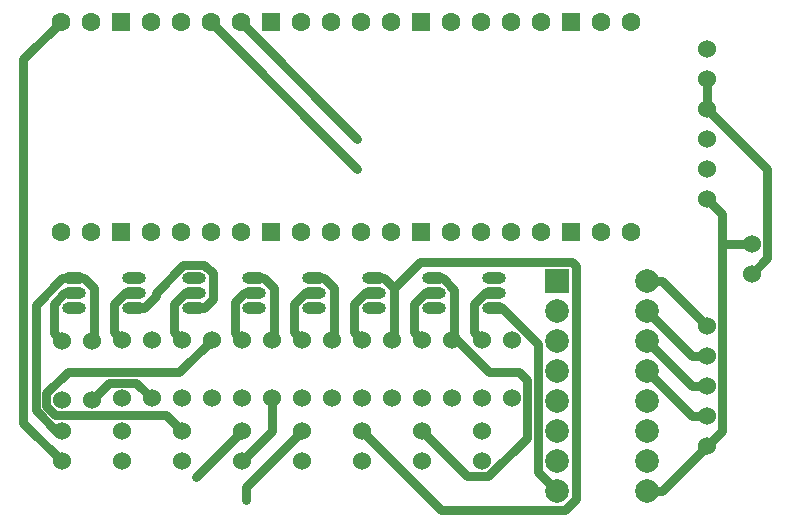
<source format=gbl>
G04 Layer: BottomLayer*
G04 EasyEDA v6.5.23, 2023-08-12 17:46:20*
G04 Gerber Generator version 0.2*
G04 Scale: 100 percent, Rotated: No, Reflected: No *
G04 Dimensions in millimeters *
G04 leading zeros omitted , absolute positions ,4 integer and 5 decimal *
%FSLAX45Y45*%
%MOMM*%

%ADD10C,0.7620*%
%ADD11C,1.6000*%
%ADD12R,1.6000X1.6000*%
%ADD13O,1.9999959999999999X0.9999979999999999*%
%ADD14R,2.0000X2.0000*%
%ADD15C,2.0000*%
%ADD16C,1.5240*%
%ADD17C,0.6100*%
%ADD18C,0.0105*%

%LPD*%
D10*
X482600Y7391374D02*
G01*
X403961Y7391374D01*
X312597Y7300010D01*
X312597Y7053376D01*
X381000Y6984974D01*
X990600Y7391374D02*
G01*
X918311Y7391374D01*
X826846Y7299909D01*
X826846Y7059828D01*
X889000Y6997674D01*
X1498600Y7391374D02*
G01*
X1426311Y7391374D01*
X1334846Y7299909D01*
X1334846Y7059828D01*
X1397000Y6997674D01*
X2006600Y7391374D02*
G01*
X1925015Y7391374D01*
X1847773Y7314133D01*
X1847773Y7054900D01*
X1905000Y6997674D01*
X2514600Y7391374D02*
G01*
X2442311Y7391374D01*
X2350846Y7299909D01*
X2350846Y7059828D01*
X2413000Y6997674D01*
X3022600Y7391374D02*
G01*
X2950311Y7391374D01*
X2858846Y7299909D01*
X2858846Y7059828D01*
X2921000Y6997674D01*
X3530600Y7391374D02*
G01*
X3458311Y7391374D01*
X3366846Y7299909D01*
X3366846Y7059828D01*
X3429000Y6997674D01*
X4038600Y7391374D02*
G01*
X3966311Y7391374D01*
X3874846Y7299909D01*
X3874846Y7059828D01*
X3937000Y6997674D01*
X381000Y5969000D02*
G01*
X56032Y6293967D01*
X56032Y9370974D01*
X371017Y9685959D01*
X1143000Y6502374D02*
G01*
X1013332Y6632041D01*
X777367Y6632041D01*
X635000Y6489674D01*
X2159000Y6502374D02*
G01*
X2159000Y6223000D01*
X1905000Y5969000D01*
X5971692Y7810474D02*
G01*
X5971692Y6225667D01*
X5842000Y6095974D01*
X5842000Y8191474D02*
G01*
X5971692Y8061782D01*
X5971692Y7810474D01*
X6223000Y7810474D02*
G01*
X5971692Y7810474D01*
X5334000Y5714974D02*
G01*
X5461000Y5714974D01*
X5842000Y6095974D01*
X3429000Y6223000D02*
G01*
X3812666Y5839332D01*
X3990720Y5839332D01*
X4320666Y6169279D01*
X4320666Y6654368D01*
X4251426Y6723608D01*
X3998569Y6723608D01*
X3703751Y7018426D01*
X3703751Y7018426D02*
G01*
X3683000Y6997674D01*
X3530600Y7518374D02*
G01*
X3607181Y7518374D01*
X3703751Y7421803D01*
X3703751Y7018426D01*
X3195751Y7431023D02*
G01*
X3195751Y7018426D01*
X3175000Y6997674D01*
X3022600Y7518374D02*
G01*
X3108401Y7518374D01*
X3195751Y7431023D01*
X3195751Y7431023D02*
G01*
X3416427Y7651699D01*
X4704537Y7651699D01*
X4735601Y7620635D01*
X4735601Y5648147D01*
X4643348Y5555894D01*
X3588105Y5555894D01*
X2921000Y6223000D01*
X1940940Y5640146D02*
G01*
X1940940Y5750940D01*
X2413000Y6223000D01*
X2514600Y7518374D02*
G01*
X2600401Y7518374D01*
X2687751Y7431023D01*
X2687751Y7018426D01*
X2667000Y6997674D01*
X1905000Y6223000D02*
G01*
X1517345Y5835345D01*
X2006600Y7518374D02*
G01*
X2092401Y7518374D01*
X2179751Y7431023D01*
X2179751Y7018426D01*
X2159000Y6997674D01*
X1651000Y6997674D02*
G01*
X1376934Y6723608D01*
X431571Y6723608D01*
X251332Y6543370D01*
X251332Y6435979D01*
X327304Y6360007D01*
X1259992Y6360007D01*
X1397000Y6223000D01*
X482600Y7518374D02*
G01*
X384555Y7518374D01*
X159765Y7293584D01*
X159765Y6398056D01*
X334822Y6223000D01*
X381000Y6223000D01*
X482600Y7518374D02*
G01*
X568401Y7518374D01*
X655751Y7431023D01*
X655751Y7005726D01*
X635000Y6984974D01*
X1641017Y9685959D02*
G01*
X2881502Y8445474D01*
X1895017Y9685959D02*
G01*
X2881502Y8699474D01*
X5842000Y9207474D02*
G01*
X5842000Y8953474D01*
X6223000Y7556474D02*
G01*
X6353327Y7686802D01*
X6353327Y8442147D01*
X5842000Y8953474D01*
X4572000Y5714974D02*
G01*
X4412234Y5874740D01*
X4412234Y6963511D01*
X4111370Y7264374D01*
X4038600Y7264374D01*
X1498600Y7264374D02*
G01*
X1582801Y7264374D01*
X1657832Y7339406D01*
X1657832Y7558531D01*
X1588363Y7628001D01*
X1410639Y7628001D01*
X1178610Y7395971D01*
X1178610Y7368920D01*
X1074064Y7264374D01*
X990600Y7264374D01*
X5334000Y6730974D02*
G01*
X5715000Y6349974D01*
X5842000Y6349974D01*
X5334000Y6984974D02*
G01*
X5715000Y6603974D01*
X5842000Y6603974D01*
X5334000Y7238974D02*
G01*
X5715000Y6857974D01*
X5842000Y6857974D01*
X5334000Y7492974D02*
G01*
X5461000Y7492974D01*
X5842000Y7111974D01*
D11*
G01*
X5196992Y7907985D03*
G01*
X4942992Y7907985D03*
D12*
G01*
X4688992Y7907985D03*
D11*
G01*
X4434992Y7907985D03*
G01*
X4180992Y7907985D03*
G01*
X3926992Y7907985D03*
G01*
X3672992Y7907985D03*
D12*
G01*
X3418992Y7907985D03*
D11*
G01*
X3165017Y7907985D03*
G01*
X2911017Y7907985D03*
G01*
X371017Y7907985D03*
G01*
X625017Y7907985D03*
D12*
G01*
X878992Y7907985D03*
D11*
G01*
X1133017Y7907985D03*
G01*
X1387017Y7907985D03*
G01*
X1641017Y7907985D03*
G01*
X1895017Y7907985D03*
D12*
G01*
X2148992Y7907985D03*
D11*
G01*
X2403017Y7907985D03*
G01*
X2657017Y7907985D03*
G01*
X2657017Y9685959D03*
G01*
X2403017Y9685959D03*
D12*
G01*
X2148992Y9685985D03*
D11*
G01*
X1895017Y9685959D03*
G01*
X1641017Y9685959D03*
G01*
X1387017Y9685959D03*
G01*
X1133017Y9685959D03*
D12*
G01*
X878992Y9685985D03*
D11*
G01*
X625017Y9685959D03*
G01*
X371017Y9685959D03*
G01*
X2911017Y9685959D03*
G01*
X3165017Y9685959D03*
D12*
G01*
X3418992Y9685985D03*
D11*
G01*
X3672992Y9685959D03*
G01*
X3926992Y9685959D03*
G01*
X4180992Y9685959D03*
G01*
X4434992Y9685959D03*
D12*
G01*
X4688992Y9685985D03*
D11*
G01*
X4942992Y9685959D03*
G01*
X5196992Y9685959D03*
D13*
G01*
X482600Y7518374D03*
G01*
X482600Y7391374D03*
G01*
X482600Y7264374D03*
G01*
X990600Y7518374D03*
G01*
X990600Y7391374D03*
G01*
X990600Y7264374D03*
G01*
X2006600Y7518374D03*
G01*
X2006600Y7391374D03*
G01*
X2006600Y7264374D03*
G01*
X1498600Y7518374D03*
G01*
X1498600Y7391374D03*
G01*
X1498600Y7264374D03*
G01*
X2514600Y7518374D03*
G01*
X2514600Y7391374D03*
G01*
X2514600Y7264374D03*
G01*
X3022600Y7518374D03*
G01*
X3022600Y7391374D03*
G01*
X3022600Y7264374D03*
G01*
X3530600Y7518374D03*
G01*
X3530600Y7391374D03*
G01*
X3530600Y7264374D03*
G01*
X4038600Y7518374D03*
G01*
X4038600Y7391374D03*
G01*
X4038600Y7264374D03*
D14*
G01*
X4572000Y7492974D03*
D15*
G01*
X4572000Y7238974D03*
G01*
X4572000Y6984974D03*
G01*
X4572000Y6730974D03*
G01*
X4572000Y6476974D03*
G01*
X4572000Y6222974D03*
G01*
X4572000Y5968974D03*
G01*
X4572000Y5714974D03*
G01*
X5334000Y5714974D03*
G01*
X5334000Y5968974D03*
G01*
X5334000Y6222974D03*
G01*
X5334000Y6476974D03*
G01*
X5334000Y6730974D03*
G01*
X5334000Y6984974D03*
G01*
X5334000Y7238974D03*
G01*
X5334000Y7492974D03*
D16*
G01*
X381000Y6984974D03*
G01*
X381000Y6489674D03*
G01*
X889000Y6502374D03*
G01*
X889000Y6997674D03*
G01*
X1397000Y6502374D03*
G01*
X1397000Y6997674D03*
G01*
X1905000Y6502374D03*
G01*
X1905000Y6997674D03*
G01*
X2413000Y6502374D03*
G01*
X2413000Y6997674D03*
G01*
X2921000Y6502374D03*
G01*
X2921000Y6997674D03*
G01*
X3429000Y6502374D03*
G01*
X3429000Y6997674D03*
G01*
X3937000Y6502374D03*
G01*
X3937000Y6997674D03*
G01*
X4191000Y6997674D03*
G01*
X4191000Y6502374D03*
G01*
X3683000Y6997674D03*
G01*
X3683000Y6502374D03*
G01*
X3175000Y6997674D03*
G01*
X3175000Y6502374D03*
G01*
X2667000Y6997674D03*
G01*
X2667000Y6502374D03*
G01*
X2159000Y6997674D03*
G01*
X2159000Y6502374D03*
G01*
X1651000Y6997674D03*
G01*
X1651000Y6502374D03*
G01*
X1143000Y6997674D03*
G01*
X1143000Y6502374D03*
G01*
X635000Y6489674D03*
G01*
X635000Y6984974D03*
G01*
X5842000Y8191474D03*
G01*
X5842000Y8445474D03*
G01*
X5842000Y8699474D03*
G01*
X5842000Y8953474D03*
G01*
X5842000Y9207474D03*
G01*
X5842000Y9461474D03*
G01*
X5842000Y6095974D03*
G01*
X5842000Y6349974D03*
G01*
X5842000Y6603974D03*
G01*
X5842000Y6857974D03*
G01*
X5842000Y7111974D03*
G01*
X6223000Y7556474D03*
G01*
X6223000Y7810474D03*
G01*
X381000Y5968974D03*
G01*
X381000Y6222974D03*
G01*
X889000Y5968974D03*
G01*
X889000Y6222974D03*
G01*
X1397000Y6222974D03*
G01*
X1397000Y5968974D03*
G01*
X1905000Y6222974D03*
G01*
X1905000Y5968974D03*
G01*
X2413000Y6222974D03*
G01*
X2413000Y5968974D03*
G01*
X2921000Y6222974D03*
G01*
X2921000Y5968974D03*
G01*
X3429000Y6222974D03*
G01*
X3429000Y5968974D03*
G01*
X3937000Y6222974D03*
G01*
X3937000Y5968974D03*
D17*
G01*
X1940940Y5640146D03*
G01*
X1517345Y5835345D03*
G01*
X2881502Y8445474D03*
G01*
X2881502Y8699474D03*
M02*

</source>
